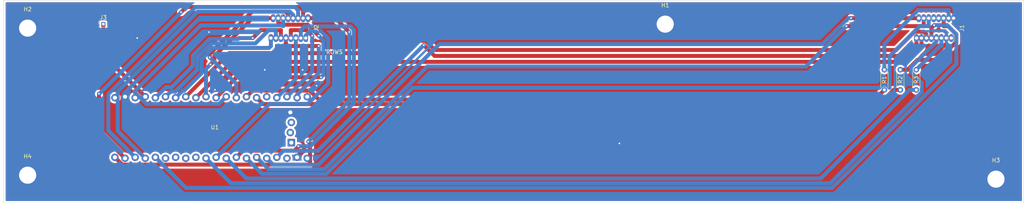
<source format=kicad_pcb>
(kicad_pcb (version 20211014) (generator pcbnew)
  (layers (0 "F.Cu" signal) (31 "B.Cu" signal) (34 "B.Paste" user) (35 "F.Paste" user) (36 "B.SilkS" user "B.Silkscreen") (37 "F.SilkS" user "F.Silkscreen") (38 "B.Mask" user) (39 "F.Mask" user) (44 "Edge.Cuts" user))
  (net 0 "")
  (net 1 "GNDL")
  (net 2 "Net-(J1-Pad2)")
  (net 3 "Net-(J1-Pad3)")
  (net 6 "COL1")
  (net 7 "COL2")
  (net 8 "COL3")
  (net 9 "COL4")
  (net 10 "COL5")
  (net 11 "COL6")
  (net 12 "COL7")
  (net 13 "COL8")
  (net 14 "Net-(J1-Pad14)")
  (net 16 "ROW1")
  (net 17 "ROW2")
  (net 18 "ROW3")
  (net 19 "ROW4")
  (net 20 "ROW5")
  (net 21 "ROW6")
  (net 22 "ROW7")
  (net 23 "ROW8")
  (net 24 "ROW9")
  (net 25 "ROW10")
  (net 26 "ROW11")
  (net 27 "ROW12")
  (net 28 "ROW13")
  (net 29 "ROW14")
  (net 30 "ROW15")
  (net 31 "ROW16")
  (net 32 "LED1")
  (net 33 "LED2")
  (net 34 "LED3")
  (net 37 "Net-(J3-Pad1)")
  (footprint "MountingHole:MountingHole_4.3mm_M4_DIN965_Pad" (layer "F.Cu") (at 187 30)
    (fp_text reference "H1" (at 0 -4.75) (layer "F.SilkS"))
    (fp_text value "MountingHole_Pad")
    (pad "1" thru_hole circle (at 0 0) (size 7.5 7.5) (drill 4.3) (layers *.Cu *.Mask) (net 1 "GNDL"))
  )
  (footprint "Connector_PinHeader_1.27mm:PinHeader_1x01_P1.27mm_Vertical" (layer "F.Cu") (at 46 30)
    (fp_text reference "J3" (at 0 -1.695) (layer "F.SilkS"))
    (fp_text value "Conn_01x01_Male")
    (fp_line (start -1.11 0) (end -1.11 -0.76) (layer "F.SilkS") (width 0.12))
    (fp_line (start -1.11 0.76) (end -0.563471 0.76) (layer "F.SilkS") (width 0.12))
    (fp_line (start -1.11 -0.76) (end 0 -0.76) (layer "F.SilkS") (width 0.12))
    (fp_line (start 0.563471 0.76) (end 1.11 0.76) (layer "F.SilkS") (width 0.12))
    (fp_line (start -1.11 0.76) (end 1.11 0.76) (layer "F.SilkS") (width 0.12))
    (fp_line (start 1.11 0.76) (end 1.11 0.695) (layer "F.SilkS") (width 0.12))
    (fp_line (start -1.11 0.76) (end -1.11 0.695) (layer "F.SilkS") (width 0.12))
    (pad "1" thru_hole rect (at 0 0) (size 1 1) (drill 0.65) (layers *.Cu *.Mask) (net 37 "Net-(J3-Pad1)"))
  )
  (footprint "Footprints:0039532164" (layer "F.Cu") (at 255 31 180)
    (fp_text reference "J1" (at -6.45 0 90) (layer "F.SilkS"))
    (fp_text value "39-53-2164 ")
    (pad "1" thru_hole oval (at -4.375 2.5 180) (size 1.15 2) (drill 0.8) (layers *.Cu *.Mask) (net 1 "GNDL"))
    (pad "2" thru_hole oval (at -3.125 2.5 180) (size 1.15 2) (drill 0.8) (layers *.Cu *.Mask) (net 2 "Net-(J1-Pad2)"))
    (pad "3" thru_hole oval (at -1.875 2.5 180) (size 1.15 2) (drill 0.8) (layers *.Cu *.Mask) (net 3 "Net-(J1-Pad3)"))
    (pad "4" thru_hole oval (at -0.625 2.5 180) (size 1.15 2) (drill 0.8) (layers *.Cu *.Mask))
    (pad "5" thru_hole oval (at 0.625 2.5 180) (size 1.15 2) (drill 0.8) (layers *.Cu *.Mask))
    (pad "6" thru_hole oval (at 1.875 2.5 180) (size 1.15 2) (drill 0.8) (layers *.Cu *.Mask) (net 6 "COL1"))
    (pad "7" thru_hole oval (at 3.125 2.5 180) (size 1.15 2) (drill 0.8) (layers *.Cu *.Mask) (net 7 "COL2"))
    (pad "8" thru_hole oval (at 4.375 2.5 180) (size 1.15 2) (drill 0.8) (layers *.Cu *.Mask) (net 8 "COL3"))
    (pad "9" thru_hole oval (at 4.95 -2.5 180) (size 1.15 2) (drill 0.8) (layers *.Cu *.Mask) (net 9 "COL4"))
    (pad "10" thru_hole oval (at 3.7 -2.5 180) (size 1.15 2) (drill 0.8) (layers *.Cu *.Mask) (net 10 "COL5"))
    (pad "11" thru_hole oval (at 2.45 -2.5 180) (size 1.15 2) (drill 0.8) (layers *.Cu *.Mask) (net 11 "COL6"))
    (pad "12" thru_hole oval (at 1.2 -2.5 180) (size 1.15 2) (drill 0.8) (layers *.Cu *.Mask) (net 12 "COL7"))
    (pad "13" thru_hole oval (at -0.05 -2.5 180) (size 1.15 2) (drill 0.8) (layers *.Cu *.Mask) (net 13 "COL8"))
    (pad "14" thru_hole oval (at -1.3 -2.5 180) (size 1.15 2) (drill 0.8) (layers *.Cu *.Mask) (net 14 "Net-(J1-Pad14)"))
    (pad "15" thru_hole oval (at -2.55 -2.5 180) (size 1.15 2) (drill 0.8) (layers *.Cu *.Mask) (net 1 "GNDL"))
    (pad "16" thru_hole oval (at -3.8 -2.5 180) (size 1.15 2) (drill 0.8) (layers *.Cu *.Mask))
  )
  (footprint "MountingHole:MountingHole_4.3mm_M4_DIN965_Pad" (layer "F.Cu") (at 270 69)
    (fp_text reference "H3" (at 0 -4.75) (layer "F.SilkS"))
    (fp_text value "MountingHole_Pad")
    (pad "1" thru_hole circle (at 0 0) (size 7.5 7.5) (drill 4.3) (layers *.Cu *.Mask) (net 1 "GNDL"))
  )
  (footprint "Resistor_THT:R_Axial_DIN0204_L3.6mm_D1.6mm_P5.08mm_Horizontal" (layer "F.Cu") (at 250 41.46 -90)
    (fp_text reference "R3" (at 2.54 0 90) (layer "F.SilkS"))
    (fp_text value "330")
    (fp_line (start 0.62 0.92) (end 4.46 0.92) (layer "F.SilkS") (width 0.12))
    (fp_line (start 0.62 -0.92) (end 4.46 -0.92) (layer "F.SilkS") (width 0.12))
    (pad "1" thru_hole circle (at 0 0 270) (size 1.4 1.4) (drill 0.7) (layers *.Cu *.Mask) (net 14 "Net-(J1-Pad14)"))
    (pad "2" thru_hole oval (at 5.08 0 270) (size 1.4 1.4) (drill 0.7) (layers *.Cu *.Mask) (net 34 "LED3"))
  )
  (footprint "MountingHole:MountingHole_4.3mm_M4_DIN965_Pad" (layer "F.Cu") (at 27 68)
    (fp_text reference "H4" (at 0 -4.75) (layer "F.SilkS"))
    (fp_text value "MountingHole_Pad")
    (pad "1" thru_hole circle (at 0 0) (size 7.5 7.5) (drill 4.3) (layers *.Cu *.Mask) (net 1 "GNDL"))
  )
  (footprint "Resistor_THT:R_Axial_DIN0204_L3.6mm_D1.6mm_P5.08mm_Horizontal" (layer "F.Cu") (at 246 41.46 -90)
    (fp_text reference "R2" (at 2.54 0 90) (layer "F.SilkS"))
    (fp_text value "330")
    (fp_line (start 0.62 0.92) (end 4.46 0.92) (layer "F.SilkS") (width 0.12))
    (fp_line (start 0.62 -0.92) (end 4.46 -0.92) (layer "F.SilkS") (width 0.12))
    (pad "1" thru_hole circle (at 0 0 270) (size 1.4 1.4) (drill 0.7) (layers *.Cu *.Mask) (net 3 "Net-(J1-Pad3)"))
    (pad "2" thru_hole oval (at 5.08 0 270) (size 1.4 1.4) (drill 0.7) (layers *.Cu *.Mask) (net 33 "LED2"))
  )
  (footprint "Resistor_THT:R_Axial_DIN0204_L3.6mm_D1.6mm_P5.08mm_Horizontal" (layer "F.Cu") (at 242 41.46 -90)
    (fp_text reference "R1" (at 2.54 0 90) (layer "F.SilkS"))
    (fp_text value "330")
    (fp_line (start 0.62 0.92) (end 4.46 0.92) (layer "F.SilkS") (width 0.12))
    (fp_line (start 0.62 -0.92) (end 4.46 -0.92) (layer "F.SilkS") (width 0.12))
    (pad "1" thru_hole circle (at 0 0 270) (size 1.4 1.4) (drill 0.7) (layers *.Cu *.Mask) (net 2 "Net-(J1-Pad2)"))
    (pad "2" thru_hole oval (at 5.08 0 270) (size 1.4 1.4) (drill 0.7) (layers *.Cu *.Mask) (net 32 "LED1"))
  )
  (footprint "Footprints:BlackPill_STLINK" (layer "F.Cu") (at 74 56 90)
    (fp_text reference "U1" (at 0.05 -0.025 180) (layer "F.SilkS"))
    (fp_text value "WeAct-Blackpill-STM32F411CEU6")
    (pad "1" thru_hole circle (at -7.493 -25.1) (size 1.8796 1.8796) (drill 1.016) (layers *.Cu *.Mask) (net 16 "ROW1"))
    (pad "2" thru_hole circle (at -7.747 -22.56) (size 1.8796 1.8796) (drill 1.016) (layers *.Cu *.Mask) (net 17 "ROW2"))
    (pad "3" thru_hole circle (at -7.493 -20.02) (size 1.8796 1.8796) (drill 1.016) (layers *.Cu *.Mask) (net 18 "ROW3"))
    (pad "4" thru_hole circle (at -7.747 -17.48) (size 1.8796 1.8796) (drill 1.016) (layers *.Cu *.Mask) (net 19 "ROW4"))
    (pad "5" thru_hole circle (at -7.493 -14.94) (size 1.8796 1.8796) (drill 1.016) (layers *.Cu *.Mask) (net 12 "COL7"))
    (pad "6" thru_hole circle (at -7.747 -12.4) (size 1.8796 1.8796) (drill 1.016) (layers *.Cu *.Mask))
    (pad "7" thru_hole circle (at -7.493 -9.86) (size 1.8796 1.8796) (drill 1.016) (layers *.Cu *.Mask))
    (pad "8" thru_hole circle (at -7.747 -7.32) (size 1.8796 1.8796) (drill 1.016) (layers *.Cu *.Mask))
    (pad "9" thru_hole circle (at -7.493 -4.78) (size 1.8796 1.8796) (drill 1.016) (layers *.Cu *.Mask))
    (pad "10" thru_hole circle (at -7.747 -2.24) (size 1.8796 1.8796) (drill 1.016) (layers *.Cu *.Mask) (net 13 "COL8"))
    (pad "11" thru_hole circle (at -7.493 0.3) (size 1.8796 1.8796) (drill 1.016) (layers *.Cu *.Mask) (net 31 "ROW16"))
    (pad "12" thru_hole circle (at -7.747 2.84) (size 1.8796 1.8796) (drill 1.016) (layers *.Cu *.Mask) (net 34 "LED3"))
    (pad "13" thru_hole circle (at -7.493 5.38) (size 1.8796 1.8796) (drill 1.016) (layers *.Cu *.Mask) (net 30 "ROW15"))
    (pad "14" thru_hole circle (at -7.747 7.92) (size 1.8796 1.8796) (drill 1.016) (layers *.Cu *.Mask) (net 6 "COL1"))
    (pad "15" thru_hole circle (at -7.493 10.46) (size 1.8796 1.8796) (drill 1.016) (layers *.Cu *.Mask) (net 7 "COL2"))
    (pad "16" thru_hole circle (at -7.747 13) (size 1.8796 1.8796) (drill 1.016) (layers *.Cu *.Mask) (net 8 "COL3"))
    (pad "17" thru_hole circle (at -7.493 15.54) (size 1.8796 1.8796) (drill 1.016) (layers *.Cu *.Mask) (net 9 "COL4"))
    (pad "18" thru_hole circle (at -7.747 18.08) (size 1.8796 1.8796) (drill 1.016) (layers *.Cu *.Mask))
    (pad "19" thru_hole circle (at -7.493 20.62) (size 1.8796 1.8796) (drill 1.016) (layers *.Cu *.Mask) (net 1 "GNDL"))
    (pad "20" thru_hole circle (at -7.747 23.16) (size 1.8796 1.8796) (drill 1.016) (layers *.Cu *.Mask))
    (pad "21" thru_hole circle (at 7.747 23.16 180) (size 1.8796 1.8796) (drill 1.016) (layers *.Cu *.Mask))
    (pad "22" thru_hole circle (at 7.493 20.62 180) (size 1.8796 1.8796) (drill 1.016) (layers *.Cu *.Mask) (net 27 "ROW12"))
    (pad "23" thru_hole circle (at 7.747 18.08 180) (size 1.8796 1.8796) (drill 1.016) (layers *.Cu *.Mask) (net 28 "ROW13"))
    (pad "24" thru_hole circle (at 7.493 15.54 180) (size 1.8796 1.8796) (drill 1.016) (layers *.Cu *.Mask) (net 29 "ROW14"))
    (pad "25" thru_hole circle (at 7.747 13 180) (size 1.8796 1.8796) (drill 1.016) (layers *.Cu *.Mask))
    (pad "26" thru_hole circle (at 7.493 10.46 180) (size 1.8796 1.8796) (drill 1.016) (layers *.Cu *.Mask) (net 33 "LED2"))
    (pad "27" thru_hole circle (at 7.747 7.92 180) (size 1.8796 1.8796) (drill 1.016) (layers *.Cu *.Mask) (net 32 "LED1"))
    (pad "28" thru_hole circle (at 7.493 5.38 180) (size 1.8796 1.8796) (drill 1.016) (layers *.Cu *.Mask) (net 20 "ROW5"))
    (pad "29" thru_hole circle (at 7.747 2.84 180) (size 1.8796 1.8796) (drill 1.016) (layers *.Cu *.Mask) (net 21 "ROW6"))
    (pad "30" thru_hole circle (at 7.493 0.3 180) (size 1.8796 1.8796) (drill 1.016) (layers *.Cu *.Mask) (net 22 "ROW7"))
    (pad "31" thru_hole circle (at 7.747 -2.24 180) (size 1.8796 1.8796) (drill 1.016) (layers *.Cu *.Mask) (net 23 "ROW8"))
    (pad "32" thru_hole circle (at 7.493 -4.78 180) (size 1.8796 1.8796) (drill 1.016) (layers *.Cu *.Mask) (net 10 "COL5"))
    (pad "33" thru_hole circle (at 7.747 -7.32 180) (size 1.8796 1.8796) (drill 1.016) (layers *.Cu *.Mask) (net 11 "COL6"))
    (pad "34" thru_hole circle (at 7.493 -9.86 180) (size 1.8796 1.8796) (drill 1.016) (layers *.Cu *.Mask) (net 24 "ROW9"))
    (pad "35" thru_hole circle (at 7.747 -12.4 180) (size 1.8796 1.8796) (drill 1.016) (layers *.Cu *.Mask) (net 25 "ROW10"))
    (pad "36" thru_hole circle (at 7.493 -14.94 180) (size 1.8796 1.8796) (drill 1.016) (layers *.Cu *.Mask) (net 26 "ROW11"))
    (pad "37" thru_hole circle (at 7.747 -17.48 180) (size 1.8796 1.8796) (drill 1.016) (layers *.Cu *.Mask) (net 37 "Net-(J3-Pad1)"))
    (pad "38" thru_hole circle (at 7.493 -20.02 180) (size 1.8796 1.8796) (drill 1.016) (layers *.Cu *.Mask))
    (pad "39" thru_hole circle (at 7.747 -22.56 180) (size 1.8796 1.8796) (drill 1.016) (layers *.Cu *.Mask) (net 1 "GNDL"))
    (pad "40" thru_hole circle (at 7.493 -25.1 180) (size 1.8796 1.8796) (drill 1.016) (layers *.Cu *.Mask))
    (pad "41" thru_hole rect (at -3.81 19.177 180) (size 1.8796 1.8796) (drill 1.016) (layers *.Cu *.Mask))
    (pad "42" thru_hole circle (at -1.27 18.923 180) (size 1.8796 1.8796) (drill 1.016) (layers *.Cu *.Mask))
    (pad "43" thru_hole circle (at 1.27 19.177 180) (size 1.8796 1.8796) (drill 1.016) (layers *.Cu *.Mask))
    (pad "44" thru_hole circle (at 3.81 18.923 180) (size 1.8796 1.8796) (drill 1.016) (layers *.Cu *.Mask) (net 1 "GNDL"))
  )
  (footprint "MountingHole:MountingHole_4.3mm_M4_DIN965_Pad" (layer "F.Cu") (at 27 31)
    (fp_text reference "H2" (at 0 -4.75) (layer "F.SilkS"))
    (fp_text value "MountingHole_Pad")
    (pad "1" thru_hole circle (at 0 0) (size 7.5 7.5) (drill 4.3) (layers *.Cu *.Mask) (net 1 "GNDL"))
  )
  (footprint "Footprints:0039532164" (layer "F.Cu") (at 93 31 180)
    (fp_text reference "J2" (at -6.45 0 90) (layer "F.SilkS"))
    (fp_text value "39-53-2164 ")
    (pad "1" thru_hole oval (at -4.375 2.5 180) (size 1.15 2) (drill 0.8) (layers *.Cu *.Mask) (net 16 "ROW1"))
    (pad "2" thru_hole oval (at -3.125 2.5 180) (size 1.15 2) (drill 0.8) (layers *.Cu *.Mask) (net 17 "ROW2"))
    (pad "3" thru_hole oval (at -1.875 2.5 180) (size 1.15 2) (drill 0.8) (layers *.Cu *.Mask) (net 18 "ROW3"))
    (pad "4" thru_hole oval (at -0.625 2.5 180) (size 1.15 2) (drill 0.8) (layers *.Cu *.Mask) (net 19 "ROW4"))
    (pad "5" thru_hole oval (at 0.625 2.5 180) (size 1.15 2) (drill 0.8) (layers *.Cu *.Mask) (net 20 "ROW5"))
    (pad "6" thru_hole oval (at 1.875 2.5 180) (size 1.15 2) (drill 0.8) (layers *.Cu *.Mask) (net 21 "ROW6"))
    (pad "7" thru_hole oval (at 3.125 2.5 180) (size 1.15 2) (drill 0.8) (layers *.Cu *.Mask) (net 22 "ROW7"))
    (pad "8" thru_hole oval (at 4.375 2.5 180) (size 1.15 2) (drill 0.8) (layers *.Cu *.Mask) (net 23 "ROW8"))
    (pad "9" thru_hole oval (at 4.95 -2.5 180) (size 1.15 2) (drill 0.8) (layers *.Cu *.Mask) (net 24 "ROW9"))
    (pad "10" thru_hole oval (at 3.7 -2.5 180) (size 1.15 2) (drill 0.8) (layers *.Cu *.Mask) (net 25 "ROW10"))
    (pad "11" thru_hole oval (at 2.45 -2.5 180) (size 1.15 2) (drill 0.8) (layers *.Cu *.Mask) (net 26 "ROW11"))
    (pad "12" thru_hole oval (at 1.2 -2.5 180) (size 1.15 2) (drill 0.8) (layers *.Cu *.Mask) (net 27 "ROW12"))
    (pad "13" thru_hole oval (at -0.05 -2.5 180) (size 1.15 2) (drill 0.8) (layers *.Cu *.Mask) (net 28 "ROW13"))
    (pad "14" thru_hole oval (at -1.3 -2.5 180) (size 1.15 2) (drill 0.8) (layers *.Cu *.Mask) (net 29 "ROW14"))
    (pad "15" thru_hole oval (at -2.55 -2.5 180) (size 1.15 2) (drill 0.8) (layers *.Cu *.Mask) (net 30 "ROW15"))
    (pad "16" thru_hole oval (at -3.8 -2.5 180) (size 1.15 2) (drill 0.8) (layers *.Cu *.Mask) (net 31 "ROW16"))
  )
  (gr_rect (start 21 24) (end 277 75) (layer "Edge.Cuts") (width 0.1) (fill none))
  (gr_text "ROWS" (at 104 37) (layer "F.SilkS") (effects (font (size 1 1))))
  (via (at 74 46.5) (size 0.8) (drill 0.4) (layers "F.Cu" "B.Cu") (net 1))
  (via (at 96 41.5) (size 0.8) (drill 0.4) (layers "F.Cu" "B.Cu") (net 1))
  (via (at 175.5 60) (size 0.8) (drill 0.4) (layers "F.Cu" "B.Cu") (net 1))
  (via (at 54.5 33.5) (size 0.8) (drill 0.4) (layers "F.Cu" "B.Cu") (net 1))
  (via (at 86.5 41.5) (size 0.8) (drill 0.4) (layers "F.Cu" "B.Cu") (net 1))
  (via (at 72.5 32) (size 0.8) (drill 0.4) (layers "F.Cu" "B.Cu") (net 1))
  (via (at 99.5 45.5) (size 0.8) (drill 0.4) (layers "F.Cu" "B.Cu") (net 1))
  (segment (start 250.4635 26.5) (end 242 34.9635) (width 1) (layer "B.Cu") (net 2))
  (segment (start 258.125 26.5) (end 250.4635 26.5) (width 1) (layer "B.Cu") (net 2))
  (segment (start 242 34.9635) (end 242 41.46) (width 1) (layer "B.Cu") (net 2))
  (segment (start 258.125 28.5) (end 258.125 26.5) (width 1) (layer "B.Cu") (net 2))
  (segment (start 257.9671 30.5) (end 256.875 30.5) (width 1) (layer "F.Cu") (net 3))
  (segment (start 250.2883 38.9915) (end 255.5083 38.9915) (width 1) (layer "F.Cu") (net 3))
  (segment (start 256.875 28.5) (end 256.875 30.5) (width 1) (layer "F.Cu") (net 3))
  (segment (start 247.8198 41.46) (end 250.2883 38.9915) (width 1) (layer "F.Cu") (net 3))
  (segment (start 260.0253 32.5582) (end 257.9671 30.5) (width 1) (layer "F.Cu") (net 3))
  (segment (start 255.5083 38.9915) (end 260.0253 34.4745) (width 1) (layer "F.Cu") (net 3))
  (segment (start 246 41.46) (end 247.8198 41.46) (width 1) (layer "F.Cu") (net 3))
  (segment (start 260.0253 34.4745) (end 260.0253 32.5582) (width 1) (layer "F.Cu") (net 3))
  (segment (start 81.92 63.747) (end 85.8327 67.6597) (width 1) (layer "B.Cu") (net 6))
  (segment (start 242.538478 45.24) (end 243.3 46.001522) (width 1) (layer "B.Cu") (net 6))
  (segment (start 241.461522 45.24) (end 242.538478 45.24) (width 1) (layer "B.Cu") (net 6))
  (segment (start 243.3 38.0738) (end 250.8738 30.5) (width 1) (layer "B.Cu") (net 6))
  (segment (start 243.3 46.001522) (end 243.3 38.0738) (width 1) (layer "B.Cu") (net 6))
  (segment (start 101.9294 67.6597) (end 123.5891 46) (width 1) (layer "B.Cu") (net 6))
  (segment (start 240.701522 46) (end 241.461522 45.24) (width 1) (layer "B.Cu") (net 6))
  (segment (start 85.8327 67.6597) (end 101.9294 67.6597) (width 1) (layer "B.Cu") (net 6))
  (segment (start 250.8738 30.5) (end 253.125 30.5) (width 1) (layer "B.Cu") (net 6))
  (segment (start 123.5891 46) (end 240.701522 46) (width 1) (layer "B.Cu") (net 6))
  (segment (start 253.125 30.5) (end 253.125 28.5) (width 1) (layer "B.Cu") (net 6))
  (segment (start 251.875 30.5) (end 232.4684 30.5) (width 1) (layer "F.Cu") (net 7))
  (segment (start 251.875 28.5) (end 251.875 30.5) (width 1) (layer "F.Cu") (net 7))
  (via (at 232.4684 30.5) (size 0.8) (drill 0.4) (layers "F.Cu" "B.Cu") (net 7))
  (segment (start 101.453 66.5096) (end 127.307 40.6556) (width 1) (layer "B.Cu") (net 7))
  (segment (start 84.46 63.493) (end 87.4766 66.5096) (width 1) (layer "B.Cu") (net 7))
  (segment (start 222.3129 40.6555) (end 232.4684 30.5) (width 1) (layer "B.Cu") (net 7))
  (segment (start 127.307 40.6556) (end 222.3129 40.6556) (width 1) (layer "B.Cu") (net 7))
  (segment (start 87.4766 66.5096) (end 101.453 66.5096) (width 1) (layer "B.Cu") (net 7))
  (segment (start 222.3129 40.6556) (end 222.3129 40.6555) (width 1) (layer "B.Cu") (net 7))
  (segment (start 250.625 28.5) (end 233.63 28.5) (width 1) (layer "F.Cu") (net 8))
  (via (at 233.63 28.5) (size 0.8) (drill 0.4) (layers "F.Cu" "B.Cu") (net 8))
  (segment (start 87 63.747) (end 88.6093 65.3563) (width 1) (layer "B.Cu") (net 8))
  (segment (start 99.9647 65.3563) (end 130.321 35) (width 1) (layer "B.Cu") (net 8))
  (segment (start 226.412766 35) (end 232.912766 28.5) (width 1) (layer "B.Cu") (net 8))
  (segment (start 232.912766 28.5) (end 233.63 28.5) (width 1) (layer "B.Cu") (net 8))
  (segment (start 88.6093 65.3563) (end 99.9647 65.3563) (width 1) (layer "B.Cu") (net 8))
  (segment (start 130.321 35) (end 226.412766 35) (width 1) (layer "B.Cu") (net 8))
  (segment (start 247.55 38) (end 129.125 38) (width 1) (layer "F.Cu") (net 9))
  (segment (start 129.125 38) (end 126.4047 35.2797) (width 1) (layer "F.Cu") (net 9))
  (segment (start 250.05 35.5) (end 247.55 38) (width 1) (layer "F.Cu") (net 9))
  (segment (start 250.05 33.5) (end 250.05 35.5) (width 1) (layer "F.Cu") (net 9))
  (via (at 126.4047 35.2797) (size 0.8) (drill 0.4) (layers "F.Cu" "B.Cu") (net 9))
  (segment (start 99.8335 61.8509) (end 126.4047 35.2797) (width 1) (layer "B.Cu") (net 9))
  (segment (start 89.54 63.493) (end 91.1821 61.8509) (width 1) (layer "B.Cu") (net 9))
  (segment (start 91.1821 61.8509) (end 99.8335 61.8509) (width 1) (layer "B.Cu") (net 9))
  (segment (start 78.2405 39.4865) (end 69.22 48.507) (width 1) (layer "F.Cu") (net 10))
  (segment (start 247.7485 39.4865) (end 78.2405 39.4865) (width 1) (layer "F.Cu") (net 10))
  (segment (start 251.3 33.5) (end 251.3 35.935) (width 1) (layer "F.Cu") (net 10))
  (segment (start 251.3 35.935) (end 247.7485 39.4865) (width 1) (layer "F.Cu") (net 10))
  (segment (start 77.6424 37.2906) (end 66.68 48.253) (width 1) (layer "F.Cu") (net 11))
  (segment (start 251.8783 31.9) (end 249.563299 31.9) (width 1) (layer "F.Cu") (net 11))
  (segment (start 244.963299 36.5) (end 129.180634 36.5) (width 1) (layer "F.Cu") (net 11))
  (segment (start 126.860334 34.1797) (end 113.1936 34.1797) (width 1) (layer "F.Cu") (net 11))
  (segment (start 252.55 33.5) (end 252.55 32.5717) (width 1) (layer "F.Cu") (net 11))
  (segment (start 129.180634 36.5) (end 126.860334 34.1797) (width 1) (layer "F.Cu") (net 11))
  (segment (start 249.563299 31.9) (end 244.963299 36.5) (width 1) (layer "F.Cu") (net 11))
  (segment (start 110.0827 37.2906) (end 77.6424 37.2906) (width 1) (layer "F.Cu") (net 11))
  (segment (start 252.55 32.5717) (end 251.8783 31.9) (width 1) (layer "F.Cu") (net 11))
  (segment (start 113.1936 34.1797) (end 110.0827 37.2906) (width 1) (layer "F.Cu") (net 11))
  (segment (start 253.8 33.5) (end 253.8 30.9559) (width 1) (layer "F.Cu") (net 12))
  (segment (start 253.8 30.9559) (end 254.5059 30.25) (width 1) (layer "F.Cu") (net 12))
  (via (at 254.5059 30.25) (size 0.8) (drill 0.4) (layers "F.Cu" "B.Cu") (net 12))
  (segment (start 257.7652 30.25) (end 254.5059 30.25) (width 1) (layer "B.Cu") (net 12))
  (segment (start 260.0523 40.0298) (end 260.0523 32.5371) (width 1) (layer "B.Cu") (net 12))
  (segment (start 260.0523 32.5371) (end 257.7652 30.25) (width 1) (layer "B.Cu") (net 12))
  (segment (start 59.06 63.493) (end 66.7632 71.1962) (width 1) (layer "B.Cu") (net 12))
  (segment (start 66.7632 71.1962) (end 228.8859 71.1962) (width 1) (layer "B.Cu") (net 12))
  (segment (start 228.8859 71.1962) (end 260.0523 40.0298) (width 1) (layer "B.Cu") (net 12))
  (segment (start 255.05 34.4093) (end 248.6409 40.8184) (width 1) (layer "B.Cu") (net 13))
  (segment (start 228.4366 70.0153) (end 78.0283 70.0153) (width 1) (layer "B.Cu") (net 13))
  (segment (start 251.3528 44.7751) (end 251.3528 47.0991) (width 1) (layer "B.Cu") (net 13))
  (segment (start 255.05 33.5) (end 255.05 34.4093) (width 1) (layer "B.Cu") (net 13))
  (segment (start 251.3528 47.0991) (end 228.4366 70.0153) (width 1) (layer "B.Cu") (net 13))
  (segment (start 248.6409 40.8184) (end 248.6409 42.0632) (width 1) (layer "B.Cu") (net 13))
  (segment (start 248.6409 42.0632) (end 251.3528 44.7751) (width 1) (layer "B.Cu") (net 13))
  (segment (start 78.0283 70.0153) (end 71.76 63.747) (width 1) (layer "B.Cu") (net 13))
  (segment (start 250 41.46) (end 255.96 35.5) (width 1) (layer "B.Cu") (net 14))
  (segment (start 255.96 35.5) (end 256.3 35.5) (width 1) (layer "B.Cu") (net 14))
  (segment (start 256.3 33.5) (end 256.3 35.5) (width 1) (layer "B.Cu") (net 14))
  (segment (start 97.375 28.5) (end 104.2285 28.5) (width 1) (layer "F.Cu") (net 16))
  (segment (start 50.744 65.337) (end 48.9 63.493) (width 1) (layer "F.Cu") (net 16))
  (segment (start 97.4326 59.5507) (end 97.8604 59.9785) (width 1) (layer "F.Cu") (net 16))
  (segment (start 97.5676 65.337) (end 50.744 65.337) (width 1) (layer "F.Cu") (net 16))
  (segment (start 97.8604 59.9785) (end 97.8604 65.0442) (width 1) (layer "F.Cu") (net 16))
  (segment (start 104.2285 28.5) (end 107.7133 31.9848) (width 1) (layer "F.Cu") (net 16))
  (segment (start 97.8604 65.0442) (end 97.5676 65.337) (width 1) (layer "F.Cu") (net 16))
  (via (at 97.4326 59.5507) (size 0.8) (drill 0.4) (layers "F.Cu" "B.Cu") (net 16))
  (via (at 107.7133 31.9848) (size 0.8) (drill 0.4) (layers "F.Cu" "B.Cu") (net 16))
  (segment (start 107.7133 49.27) (end 107.7133 31.9848) (width 1) (layer "B.Cu") (net 16))
  (segment (start 97.4326 59.5507) (end 107.7133 49.27) (width 1) (layer "B.Cu") (net 16))
  (segment (start 44.9 57.207) (end 51.44 63.747) (width 1) (layer "F.Cu") (net 17))
  (segment (start 65.5 27) (end 66.8042 25.6958) (width 1) (layer "F.Cu") (net 17))
  (segment (start 66.8042 25.6958) (end 95.3208 25.6958) (width 1) (layer "F.Cu") (net 17))
  (segment (start 44.9 47.5) (end 44.9 57.207) (width 1) (layer "F.Cu") (net 17))
  (segment (start 95.3208 25.6958) (end 96.125 26.5) (width 1) (layer "F.Cu") (net 17))
  (segment (start 96.125 26.5) (end 96.125 28.5) (width 1) (layer "F.Cu") (net 17))
  (via (at 44.9 47.5) (size 0.8) (drill 0.4) (layers "F.Cu" "B.Cu") (net 17))
  (via (at 65.5 27) (size 0.8) (drill 0.4) (layers "F.Cu" "B.Cu") (net 17))
  (segment (start 45 47.5) (end 65.5 27) (width 1) (layer "B.Cu") (net 17))
  (segment (start 44.9 47.5) (end 45 47.5) (width 1) (layer "B.Cu") (net 17))
  (segment (start 47.2597 47.5904) (end 47.2597 56.7727) (width 1) (layer "B.Cu") (net 18))
  (segment (start 69.1588 25.6913) (end 47.2597 47.5904) (width 1) (layer "B.Cu") (net 18))
  (segment (start 47.2597 56.7727) (end 53.98 63.493) (width 1) (layer "B.Cu") (net 18))
  (segment (start 94.0663 25.6913) (end 69.1588 25.6913) (width 1) (layer "B.Cu") (net 18))
  (segment (start 94.875 26.5) (end 94.0663 25.6913) (width 1) (layer "B.Cu") (net 18))
  (segment (start 94.875 28.5) (end 94.875 26.5) (width 1) (layer "B.Cu") (net 18))
  (segment (start 49.6126 56.8396) (end 56.52 63.747) (width 1) (layer "B.Cu") (net 19))
  (segment (start 93.625 27.6652) (end 92.8012 26.8414) (width 1) (layer "B.Cu") (net 19))
  (segment (start 49.6126 46.9011) (end 49.6126 56.8396) (width 1) (layer "B.Cu") (net 19))
  (segment (start 69.6723 26.8414) (end 49.6126 46.9011) (width 1) (layer "B.Cu") (net 19))
  (segment (start 93.625 28.5) (end 93.625 27.6652) (width 1) (layer "B.Cu") (net 19))
  (segment (start 92.8012 26.8414) (end 69.6723 26.8414) (width 1) (layer "B.Cu") (net 19))
  (segment (start 83.3572 26.8498) (end 72.7079 37.4991) (width 1) (layer "F.Cu") (net 20))
  (segment (start 72.7079 37.4991) (end 72.7079 38.3457) (width 1) (layer "F.Cu") (net 20))
  (segment (start 91.671 26.8498) (end 83.3572 26.8498) (width 1) (layer "F.Cu") (net 20))
  (segment (start 92.375 27.5538) (end 91.671 26.8498) (width 1) (layer "F.Cu") (net 20))
  (segment (start 92.375 28.5) (end 92.375 27.5538) (width 1) (layer "F.Cu") (net 20))
  (via (at 72.7079 38.3457) (size 0.8) (drill 0.4) (layers "F.Cu" "B.Cu") (net 20))
  (segment (start 72.7079 38.3457) (end 79.38 45.0178) (width 1) (layer "B.Cu") (net 20))
  (segment (start 79.38 45.0178) (end 79.38 48.507) (width 1) (layer "B.Cu") (net 20))
  (segment (start 53.8514 46.8944) (end 70.4083 30.3375) (width 1) (layer "B.Cu") (net 21))
  (segment (start 70.4083 30.3375) (end 90.9625 30.3375) (width 1) (layer "B.Cu") (net 21))
  (segment (start 56.8506 50.1006) (end 53.8514 47.1014) (width 1) (layer "B.Cu") (net 21))
  (segment (start 76.84 48.253) (end 74.9924 50.1006) (width 1) (layer "B.Cu") (net 21))
  (segment (start 53.8514 47.1014) (end 53.8514 46.8944) (width 1) (layer "B.Cu") (net 21))
  (segment (start 90.9625 30.3375) (end 91.125 30.5) (width 1) (layer "B.Cu") (net 21))
  (segment (start 91.125 28.5) (end 91.125 30.5) (width 1) (layer "B.Cu") (net 21))
  (segment (start 74.9924 50.1006) (end 56.8506 50.1006) (width 1) (layer "B.Cu") (net 21))
  (segment (start 89.875 28.5) (end 89.875 29.4282) (width 1) (layer "F.Cu") (net 22))
  (segment (start 97.2843 30.1502) (end 100.0534 32.9193) (width 1) (layer "F.Cu") (net 22))
  (segment (start 100.6342 43.3568) (end 79.4502 43.3568) (width 1) (layer "F.Cu") (net 22))
  (segment (start 89.875 29.4282) (end 90.597 30.1502) (width 1) (layer "F.Cu") (net 22))
  (segment (start 90.597 30.1502) (end 97.2843 30.1502) (width 1) (layer "F.Cu") (net 22))
  (segment (start 79.4502 43.3568) (end 74.3 48.507) (width 1) (layer "F.Cu") (net 22))
  (via (at 100.0534 32.9193) (size 0.8) (drill 0.4) (layers "F.Cu" "B.Cu") (net 22))
  (via (at 100.6342 43.3568) (size 0.8) (drill 0.4) (layers "F.Cu" "B.Cu") (net 22))
  (segment (start 101.2201 34.086) (end 100.0534 32.9193) (width 1) (layer "B.Cu") (net 22))
  (segment (start 101.2201 42.7709) (end 101.2201 34.086) (width 1) (layer "B.Cu") (net 22))
  (segment (start 100.6342 43.3568) (end 101.2201 42.7709) (width 1) (layer "B.Cu") (net 22))
  (segment (start 73.858 39.1516) (end 73.858 38.0422) (width 1) (layer "F.Cu") (net 23))
  (segment (start 73.858 38.0422) (end 83.4002 28.5) (width 1) (layer "F.Cu") (net 23))
  (segment (start 72.8727 40.1369) (end 73.858 39.1516) (width 1) (layer "F.Cu") (net 23))
  (segment (start 83.4002 28.5) (end 88.625 28.5) (width 1) (layer "F.Cu") (net 23))
  (via (at 72.8727 40.1369) (size 0.8) (drill 0.4) (layers "F.Cu" "B.Cu") (net 23))
  (segment (start 71.76 48.253) (end 71.76 41.2496) (width 1) (layer "B.Cu") (net 23))
  (segment (start 71.76 41.2496) (end 72.8727 40.1369) (width 1) (layer "B.Cu") (net 23))
  (segment (start 88.05 33.5) (end 88.05 35.5) (width 1) (layer "B.Cu") (net 24))
  (segment (start 70.66 38.837966) (end 70.66 42.34) (width 1) (layer "B.Cu") (net 24))
  (segment (start 66.2868 46.7132) (end 65.9338 46.7132) (width 1) (layer "B.Cu") (net 24))
  (segment (start 73.508966 35.989) (end 70.66 38.837966) (width 1) (layer "B.Cu") (net 24))
  (segment (start 88.05 35.5) (end 87.561 35.989) (width 1) (layer "B.Cu") (net 24))
  (segment (start 87.561 35.989) (end 73.508966 35.989) (width 1) (layer "B.Cu") (net 24))
  (segment (start 65.9338 46.7132) (end 64.14 48.507) (width 1) (layer "B.Cu") (net 24))
  (segment (start 70.66 42.34) (end 66.2868 46.7132) (width 1) (layer "B.Cu") (net 24))
  (segment (start 64.0328 46.9672) (end 62.8858 46.9672) (width 1) (layer "B.Cu") (net 25))
  (segment (start 84.1611 34.8389) (end 73.103432 34.8389) (width 1) (layer "B.Cu") (net 25))
  (segment (start 69.56 41.44) (end 64.0328 46.9672) (width 1) (layer "B.Cu") (net 25))
  (segment (start 73.103432 34.8389) (end 69.56 38.382332) (width 1) (layer "B.Cu") (net 25))
  (segment (start 69.56 38.382332) (end 69.56 41.44) (width 1) (layer "B.Cu") (net 25))
  (segment (start 89.3 31.5) (end 87.5 31.5) (width 1) (layer "B.Cu") (net 25))
  (segment (start 62.8858 46.9672) (end 61.6 48.253) (width 1) (layer "B.Cu") (net 25))
  (segment (start 89.3 33.5) (end 89.3 31.5) (width 1) (layer "B.Cu") (net 25))
  (segment (start 87.5 31.5) (end 84.1611 34.8389) (width 1) (layer "B.Cu") (net 25))
  (segment (start 85.5 31.5) (end 90.55 31.5) (width 1) (layer "F.Cu") (net 26))
  (segment (start 90.55 31.5) (end 90.55 33.5) (width 1) (layer "F.Cu") (net 26))
  (segment (start 83.5 33.5) (end 85.5 31.5) (width 1) (layer "F.Cu") (net 26))
  (via (at 83.5 33.5) (size 0.8) (drill 0.4) (layers "F.Cu" "B.Cu") (net 26))
  (segment (start 72.647798 33.7389) (end 68.46 37.926698) (width 1) (layer "B.Cu") (net 26))
  (segment (start 68.46 37.926698) (end 68.46 40.54) (width 1) (layer "B.Cu") (net 26))
  (segment (start 63.1328 45.8672) (end 61.6998 45.8672) (width 1) (layer "B.Cu") (net 26))
  (segment (start 68.46 40.54) (end 63.1328 45.8672) (width 1) (layer "B.Cu") (net 26))
  (segment (start 61.6998 45.8672) (end 59.06 48.507) (width 1) (layer "B.Cu") (net 26))
  (segment (start 80.0363 33.5) (end 79.7974 33.7389) (width 1) (layer "B.Cu") (net 26))
  (segment (start 83.5 33.5) (end 80.0363 33.5) (width 1) (layer "B.Cu") (net 26))
  (segment (start 79.7974 33.7389) (end 72.647798 33.7389) (width 1) (layer "B.Cu") (net 26))
  (segment (start 91.8 35.5) (end 100.0603 35.5) (width 1) (layer "F.Cu") (net 27))
  (segment (start 91.8 33.5) (end 91.8 35.5) (width 1) (layer "F.Cu") (net 27))
  (via (at 100.0603 35.5) (size 0.8) (drill 0.4) (layers "F.Cu" "B.Cu") (net 27))
  (segment (start 94.62 48.507) (end 94.62 47.7445) (width 1) (layer "B.Cu") (net 27))
  (segment (start 100.0603 42.3042) (end 100.0603 35.5) (width 1) (layer "B.Cu") (net 27))
  (segment (start 94.62 47.7445) (end 100.0603 42.3042) (width 1) (layer "B.Cu") (net 27))
  (segment (start 93.05 33.5) (end 93.05 31.5) (width 1) (layer "F.Cu") (net 28))
  (segment (start 96.9914 31.5) (end 98.4107 32.9193) (width 1) (layer "F.Cu") (net 28))
  (segment (start 93.05 31.5) (end 96.9914 31.5) (width 1) (layer "F.Cu") (net 28))
  (via (at 98.4107 32.9193) (size 0.8) (drill 0.4) (layers "F.Cu" "B.Cu") (net 28))
  (segment (start 98.4107 41.9223) (end 98.4107 32.9193) (width 1) (layer "B.Cu") (net 28))
  (segment (start 92.08 48.253) (end 98.4107 41.9223) (width 1) (layer "B.Cu") (net 28))
  (segment (start 94.3 43.747) (end 89.54 48.507) (width 1) (layer "B.Cu") (net 29))
  (segment (start 94.3 33.5) (end 94.3 43.747) (width 1) (layer "B.Cu") (net 29))
  (segment (start 94.9536 60.7008) (end 94.9536 60.8324) (width 1) (layer "F.Cu") (net 30))
  (segment (start 93.9699 61.8161) (end 81.0569 61.8161) (width 1) (layer "F.Cu") (net 30))
  (segment (start 81.0569 61.8161) (end 79.38 63.493) (width 1) (layer "F.Cu") (net 30))
  (segment (start 94.9536 60.8324) (end 93.9699 61.8161) (width 1) (layer "F.Cu") (net 30))
  (via (at 94.9536 60.7008) (size 0.8) (drill 0.4) (layers "F.Cu" "B.Cu") (net 30))
  (segment (start 108.8687 49.7922) (end 108.8687 31.4671) (width 1) (layer "B.Cu") (net 30))
  (segment (start 94.9536 60.7008) (end 97.9601 60.7008) (width 1) (layer "B.Cu") (net 30))
  (segment (start 95.55 33.5) (end 95.55 31.5) (width 1) (layer "B.Cu") (net 30))
  (segment (start 97.9601 60.7008) (end 108.8687 49.7922) (width 1) (layer "B.Cu") (net 30))
  (segment (start 107.9671 30.5655) (end 96.4845 30.5655) (width 1) (layer "B.Cu") (net 30))
  (segment (start 96.4845 30.5655) (end 95.55 31.5) (width 1) (layer "B.Cu") (net 30))
  (segment (start 108.8687 31.4671) (end 107.9671 30.5655) (width 1) (layer "B.Cu") (net 30))
  (segment (start 102.3961 33.5829) (end 102.3961 44.9685) (width 1) (layer "B.Cu") (net 31))
  (segment (start 97.9222 31.7157) (end 100.5289 31.7157) (width 1) (layer "B.Cu") (net 31))
  (segment (start 96.8 32.8379) (end 97.9222 31.7157) (width 1) (layer "B.Cu") (net 31))
  (segment (start 100.5289 31.7157) (end 102.3961 33.5829) (width 1) (layer "B.Cu") (net 31))
  (segment (start 87.696 50.097) (end 74.3 63.493) (width 1) (layer "B.Cu") (net 31))
  (segment (start 102.3961 44.9685) (end 97.2676 50.097) (width 1) (layer "B.Cu") (net 31))
  (segment (start 97.2676 50.097) (end 87.696 50.097) (width 1) (layer "B.Cu") (net 31))
  (segment (start 96.8 33.5) (end 96.8 32.8379) (width 1) (layer "B.Cu") (net 31))
  (segment (start 83.4598 46.7132) (end 81.92 48.253) (width 1) (layer "F.Cu") (net 32))
  (segment (start 239.543 48.997) (end 100.081607 48.997) (width 1) (layer "F.Cu") (net 32))
  (segment (start 97.797807 46.7132) (end 83.4598 46.7132) (width 1) (layer "F.Cu") (net 32))
  (segment (start 100.081607 48.997) (end 97.797807 46.7132) (width 1) (layer "F.Cu") (net 32))
  (segment (start 242 46.54) (end 239.543 48.997) (width 1) (layer "F.Cu") (net 32))
  (segment (start 244.3 46.54) (end 240.743 50.097) (width 1) (layer "F.Cu") (net 33))
  (segment (start 240.743 50.097) (end 86.05 50.097) (width 1) (layer "F.Cu") (net 33))
  (segment (start 246 46.54) (end 244.3 46.54) (width 1) (layer "F.Cu") (net 33))
  (segment (start 86.05 50.097) (end 84.46 48.507) (width 1) (layer "F.Cu") (net 33))
  (segment (start 81.9028 68.8098) (end 76.84 63.747) (width 1) (layer "B.Cu") (net 34))
  (segment (start 248.3 46.54) (end 226.0302 68.8098) (width 1) (layer "B.Cu") (net 34))
  (segment (start 226.0302 68.8098) (end 81.9028 68.8098) (width 1) (layer "B.Cu") (net 34))
  (segment (start 250 46.54) (end 248.3 46.54) (width 1) (layer "B.Cu") (net 34))
  (segment (start 46 30) (end 46 37.733) (width 1) (layer "F.Cu") (net 37))
  (segment (start 46 37.733) (end 56.52 48.253) (width 1) (layer "F.Cu") (net 37))
  (zone (net 1) (net_name "GNDL") (layers F&B.Cu) (connect_pads yes (clearance 0.508)) (min_thickness 0.254) (fill yes (thermal_gap 0.508) (thermal_bridge_width 0.508))
    (polygon (pts (xy 277 75) (xy 21 75) (xy 21 24) (xy 277 24)))
  )
)
</source>
